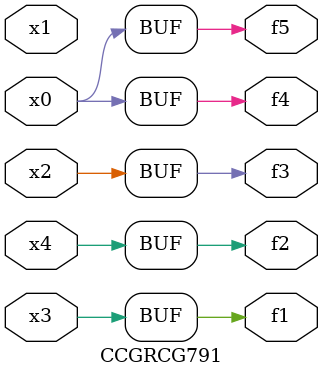
<source format=v>
module CCGRCG791(
	input x0, x1, x2, x3, x4,
	output f1, f2, f3, f4, f5
);
	assign f1 = x3;
	assign f2 = x4;
	assign f3 = x2;
	assign f4 = x0;
	assign f5 = x0;
endmodule

</source>
